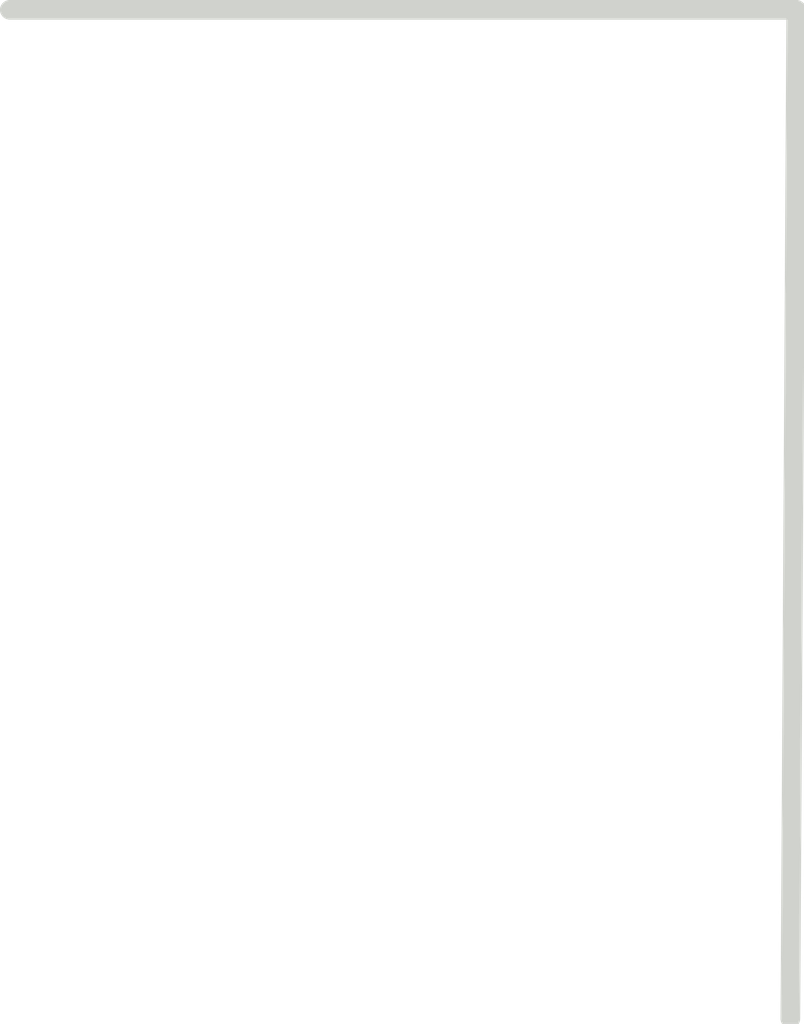
<source format=kicad_pcb>
(kicad_pcb (version 20221018) (generator pcbnew)

  (general
    (thickness 1.6)
  )

  (paper "A4")
  (layers
    (0 "F.Cu" signal)
    (31 "B.Cu" signal)
    (32 "B.Adhes" user "B.Adhesive")
    (33 "F.Adhes" user "F.Adhesive")
    (34 "B.Paste" user)
    (35 "F.Paste" user)
    (36 "B.SilkS" user "B.Silkscreen")
    (37 "F.SilkS" user "F.Silkscreen")
    (38 "B.Mask" user)
    (39 "F.Mask" user)
    (40 "Dwgs.User" user "User.Drawings")
    (41 "Cmts.User" user "User.Comments")
    (42 "Eco1.User" user "User.Eco1")
    (43 "Eco2.User" user "User.Eco2")
    (44 "Edge.Cuts" user)
    (45 "Margin" user)
    (46 "B.CrtYd" user "B.Courtyard")
    (47 "F.CrtYd" user "F.Courtyard")
    (48 "B.Fab" user)
    (49 "F.Fab" user)
    (50 "User.1" user)
    (51 "User.2" user)
    (52 "User.3" user)
    (53 "User.4" user)
    (54 "User.5" user)
    (55 "User.6" user)
    (56 "User.7" user)
    (57 "User.8" user)
    (58 "User.9" user)
  )

  (setup
    (pad_to_mask_clearance 0)
    (pcbplotparams
      (layerselection 0x00010fc_ffffffff)
      (plot_on_all_layers_selection 0x0000000_00000000)
      (disableapertmacros false)
      (usegerberextensions false)
      (usegerberattributes true)
      (usegerberadvancedattributes true)
      (creategerberjobfile true)
      (dashed_line_dash_ratio 12.000000)
      (dashed_line_gap_ratio 3.000000)
      (svgprecision 4)
      (plotframeref false)
      (viasonmask false)
      (mode 1)
      (useauxorigin false)
      (hpglpennumber 1)
      (hpglpenspeed 20)
      (hpglpendiameter 15.000000)
      (dxfpolygonmode true)
      (dxfimperialunits true)
      (dxfusepcbnewfont true)
      (psnegative false)
      (psa4output false)
      (plotreference true)
      (plotvalue true)
      (plotinvisibletext false)
      (sketchpadsonfab false)
      (subtractmaskfromsilk false)
      (outputformat 1)
      (mirror false)
      (drillshape 1)
      (scaleselection 1)
      (outputdirectory "")
    )
  )

  (net 0 "")

  (gr_line (start 95.3 25.5) (end 95.27 30.63)
    (stroke (width 0.1) (type default)) (layer "Edge.Cuts") (tstamp 3033e22a-47db-45f3-87f7-710ecaa9eb75))
  (gr_line (start 91.3 25.5) (end 95.3 25.5)
    (stroke (width 0.1) (type default)) (layer "Edge.Cuts") (tstamp 8704fb93-a05b-4620-8419-c277b31094be))

)

</source>
